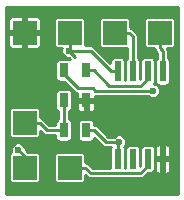
<source format=gtl>
G04 #@! TF.FileFunction,Copper,L1,Top,Signal*
%FSLAX46Y46*%
G04 Gerber Fmt 4.6, Leading zero omitted, Abs format (unit mm)*
G04 Created by KiCad (PCBNEW 4.0.4-stable) date 09/14/17 15:41:31*
%MOMM*%
%LPD*%
G01*
G04 APERTURE LIST*
%ADD10C,0.100000*%
%ADD11R,2.000000X2.000000*%
%ADD12R,0.700000X1.300000*%
%ADD13R,0.550000X1.750000*%
%ADD14C,0.600000*%
%ADD15C,0.250000*%
%ADD16C,0.254000*%
G04 APERTURE END LIST*
D10*
D11*
X118745000Y-59055000D03*
X122555000Y-59055000D03*
X114935000Y-70485000D03*
X111125000Y-70485000D03*
X111125000Y-66675000D03*
X111125000Y-59055000D03*
X114935000Y-59055000D03*
D12*
X114432000Y-62230000D03*
X116332000Y-62230000D03*
X116332000Y-67310000D03*
X114432000Y-67310000D03*
X114432000Y-64770000D03*
X116332000Y-64770000D03*
D13*
X118999000Y-69740000D03*
X120269000Y-69740000D03*
X121539000Y-69740000D03*
X122809000Y-69740000D03*
X122809000Y-62340000D03*
X121539000Y-62340000D03*
X120269000Y-62340000D03*
X118999000Y-62340000D03*
D14*
X120684900Y-66792500D03*
X114878400Y-60592300D03*
X122001500Y-63992500D03*
X119118200Y-68304600D03*
X110586000Y-68978500D03*
D15*
X114747002Y-63500000D02*
X114116998Y-63500000D01*
X114116998Y-63500000D02*
X111125000Y-60508002D01*
X115107001Y-64307001D02*
X115107001Y-63859999D01*
X115107001Y-63859999D02*
X114747002Y-63500000D01*
X115656700Y-64770000D02*
X115570000Y-64770000D01*
X115570000Y-64770000D02*
X115107001Y-64307001D01*
X111125000Y-60402800D02*
X111125000Y-59055000D01*
X116332000Y-64770000D02*
X115656700Y-64770000D01*
X122809000Y-69740000D02*
X122809000Y-68539700D01*
X119029800Y-66792500D02*
X117007300Y-64770000D01*
X120684900Y-66792500D02*
X119029800Y-66792500D01*
X121061800Y-66792500D02*
X120684900Y-66792500D01*
X122809000Y-68539700D02*
X121061800Y-66792500D01*
X116332000Y-64770000D02*
X117007300Y-64770000D01*
X118999000Y-62340000D02*
X118474000Y-62340000D01*
X118474000Y-62340000D02*
X116726300Y-60592300D01*
X116726300Y-60592300D02*
X115302664Y-60592300D01*
X115302664Y-60592300D02*
X114878400Y-60592300D01*
X114935000Y-60535700D02*
X114878400Y-60592300D01*
X114935000Y-59055000D02*
X114935000Y-60535700D01*
X115425800Y-61139700D02*
X114878400Y-60592300D01*
X121539000Y-69740000D02*
X121539000Y-70340000D01*
X121539000Y-70340000D02*
X120938700Y-70940300D01*
X120938700Y-70940300D02*
X116715600Y-70940300D01*
X116715600Y-70940300D02*
X116260300Y-70485000D01*
X114935000Y-70485000D02*
X116260300Y-70485000D01*
X122809000Y-60634300D02*
X122555000Y-60380300D01*
X122809000Y-62340000D02*
X122809000Y-60634300D01*
X122555000Y-59055000D02*
X122555000Y-60380300D01*
X118317600Y-63540300D02*
X120938700Y-63540300D01*
X120938700Y-63540300D02*
X121539000Y-62940000D01*
X121539000Y-62940000D02*
X121539000Y-62340000D01*
X118317600Y-63540300D02*
X117007300Y-62230000D01*
X116332000Y-62230000D02*
X117007300Y-62230000D01*
X118745000Y-59055000D02*
X119995000Y-59055000D01*
X119995000Y-59055000D02*
X120269000Y-59329000D01*
X120269000Y-59329000D02*
X120269000Y-61215000D01*
X120269000Y-61215000D02*
X120269000Y-62340000D01*
X114432000Y-62230000D02*
X114432000Y-62530000D01*
X117121800Y-63992500D02*
X122001500Y-63992500D01*
X114432000Y-62530000D02*
X115667400Y-63765400D01*
X115667400Y-63765400D02*
X116894700Y-63765400D01*
X116894700Y-63765400D02*
X117121800Y-63992500D01*
X112395000Y-66675000D02*
X113030000Y-67310000D01*
X113030000Y-67310000D02*
X114432000Y-67310000D01*
X111125000Y-66675000D02*
X112395000Y-66675000D01*
X114432000Y-64770000D02*
X114432000Y-66675000D01*
X114432000Y-66675000D02*
X114432000Y-67310000D01*
X116332000Y-67310000D02*
X117007300Y-67310000D01*
X118999000Y-69740000D02*
X118999000Y-68652300D01*
X118999000Y-68652300D02*
X118999000Y-68325000D01*
X118022300Y-68325000D02*
X117007300Y-67310000D01*
X118999000Y-68325000D02*
X118022300Y-68325000D01*
X119097800Y-68325000D02*
X119118200Y-68304600D01*
X118999000Y-68325000D02*
X119097800Y-68325000D01*
X111125000Y-70485000D02*
X111125000Y-69517500D01*
X111125000Y-69517500D02*
X110586000Y-68978500D01*
D16*
G36*
X124131000Y-72696000D02*
X109549000Y-72696000D01*
X109549000Y-69485000D01*
X109791594Y-69485000D01*
X109791594Y-71485000D01*
X109814395Y-71606179D01*
X109886012Y-71717474D01*
X109995286Y-71792138D01*
X110125000Y-71818406D01*
X112125000Y-71818406D01*
X112246179Y-71795605D01*
X112357474Y-71723988D01*
X112432138Y-71614714D01*
X112458406Y-71485000D01*
X112458406Y-69485000D01*
X113601594Y-69485000D01*
X113601594Y-71485000D01*
X113624395Y-71606179D01*
X113696012Y-71717474D01*
X113805286Y-71792138D01*
X113935000Y-71818406D01*
X115935000Y-71818406D01*
X116056179Y-71795605D01*
X116167474Y-71723988D01*
X116242138Y-71614714D01*
X116268406Y-71485000D01*
X116268406Y-71132331D01*
X116395987Y-71259912D01*
X116542627Y-71357894D01*
X116715600Y-71392300D01*
X120938700Y-71392300D01*
X121111673Y-71357894D01*
X121258312Y-71259912D01*
X121569819Y-70948406D01*
X121814000Y-70948406D01*
X121935179Y-70925605D01*
X122046474Y-70853988D01*
X122121138Y-70744714D01*
X122147406Y-70615000D01*
X122147406Y-69962250D01*
X122153000Y-69962250D01*
X122153000Y-70690786D01*
X122211004Y-70830820D01*
X122318181Y-70937996D01*
X122458215Y-70996000D01*
X122586750Y-70996000D01*
X122682000Y-70900750D01*
X122682000Y-69867000D01*
X122936000Y-69867000D01*
X122936000Y-70900750D01*
X123031250Y-70996000D01*
X123159785Y-70996000D01*
X123299819Y-70937996D01*
X123406996Y-70830820D01*
X123465000Y-70690786D01*
X123465000Y-69962250D01*
X123369750Y-69867000D01*
X122936000Y-69867000D01*
X122682000Y-69867000D01*
X122248250Y-69867000D01*
X122153000Y-69962250D01*
X122147406Y-69962250D01*
X122147406Y-68865000D01*
X122133147Y-68789214D01*
X122153000Y-68789214D01*
X122153000Y-69517750D01*
X122248250Y-69613000D01*
X122682000Y-69613000D01*
X122682000Y-68579250D01*
X122936000Y-68579250D01*
X122936000Y-69613000D01*
X123369750Y-69613000D01*
X123465000Y-69517750D01*
X123465000Y-68789214D01*
X123406996Y-68649180D01*
X123299819Y-68542004D01*
X123159785Y-68484000D01*
X123031250Y-68484000D01*
X122936000Y-68579250D01*
X122682000Y-68579250D01*
X122586750Y-68484000D01*
X122458215Y-68484000D01*
X122318181Y-68542004D01*
X122211004Y-68649180D01*
X122153000Y-68789214D01*
X122133147Y-68789214D01*
X122124605Y-68743821D01*
X122052988Y-68632526D01*
X121943714Y-68557862D01*
X121814000Y-68531594D01*
X121264000Y-68531594D01*
X121142821Y-68554395D01*
X121031526Y-68626012D01*
X120956862Y-68735286D01*
X120930594Y-68865000D01*
X120930594Y-70309181D01*
X120877406Y-70362370D01*
X120877406Y-68865000D01*
X120854605Y-68743821D01*
X120782988Y-68632526D01*
X120673714Y-68557862D01*
X120544000Y-68531594D01*
X119994000Y-68531594D01*
X119872821Y-68554395D01*
X119761526Y-68626012D01*
X119686862Y-68735286D01*
X119660594Y-68865000D01*
X119660594Y-70488300D01*
X119607406Y-70488300D01*
X119607406Y-68865000D01*
X119584605Y-68743821D01*
X119577210Y-68732330D01*
X119649435Y-68660231D01*
X119745091Y-68429865D01*
X119745309Y-68180429D01*
X119650055Y-67949897D01*
X119473831Y-67773365D01*
X119243465Y-67677709D01*
X118994029Y-67677491D01*
X118763497Y-67772745D01*
X118663067Y-67873000D01*
X118209524Y-67873000D01*
X117326912Y-66990388D01*
X117180273Y-66892406D01*
X117015406Y-66859612D01*
X117015406Y-66660000D01*
X116992605Y-66538821D01*
X116920988Y-66427526D01*
X116811714Y-66352862D01*
X116682000Y-66326594D01*
X115982000Y-66326594D01*
X115860821Y-66349395D01*
X115749526Y-66421012D01*
X115674862Y-66530286D01*
X115648594Y-66660000D01*
X115648594Y-67960000D01*
X115671395Y-68081179D01*
X115743012Y-68192474D01*
X115852286Y-68267138D01*
X115982000Y-68293406D01*
X116682000Y-68293406D01*
X116803179Y-68270605D01*
X116914474Y-68198988D01*
X116989138Y-68089714D01*
X117015406Y-67960000D01*
X117015406Y-67957330D01*
X117702688Y-68644612D01*
X117849327Y-68742594D01*
X118022300Y-68777000D01*
X118408415Y-68777000D01*
X118390594Y-68865000D01*
X118390594Y-70488300D01*
X116902825Y-70488300D01*
X116579912Y-70165388D01*
X116433273Y-70067406D01*
X116268406Y-70034612D01*
X116268406Y-69485000D01*
X116245605Y-69363821D01*
X116173988Y-69252526D01*
X116064714Y-69177862D01*
X115935000Y-69151594D01*
X113935000Y-69151594D01*
X113813821Y-69174395D01*
X113702526Y-69246012D01*
X113627862Y-69355286D01*
X113601594Y-69485000D01*
X112458406Y-69485000D01*
X112435605Y-69363821D01*
X112363988Y-69252526D01*
X112254714Y-69177862D01*
X112125000Y-69151594D01*
X111398318Y-69151594D01*
X111213011Y-68966287D01*
X111213109Y-68854329D01*
X111117855Y-68623797D01*
X110941631Y-68447265D01*
X110711265Y-68351609D01*
X110461829Y-68351391D01*
X110231297Y-68446645D01*
X110054765Y-68622869D01*
X109959109Y-68853235D01*
X109958891Y-69102671D01*
X109991739Y-69182170D01*
X109892526Y-69246012D01*
X109817862Y-69355286D01*
X109791594Y-69485000D01*
X109549000Y-69485000D01*
X109549000Y-65675000D01*
X109791594Y-65675000D01*
X109791594Y-67675000D01*
X109814395Y-67796179D01*
X109886012Y-67907474D01*
X109995286Y-67982138D01*
X110125000Y-68008406D01*
X112125000Y-68008406D01*
X112246179Y-67985605D01*
X112357474Y-67913988D01*
X112432138Y-67804714D01*
X112458406Y-67675000D01*
X112458406Y-67377631D01*
X112710388Y-67629613D01*
X112857027Y-67727594D01*
X113030000Y-67762000D01*
X113748594Y-67762000D01*
X113748594Y-67960000D01*
X113771395Y-68081179D01*
X113843012Y-68192474D01*
X113952286Y-68267138D01*
X114082000Y-68293406D01*
X114782000Y-68293406D01*
X114903179Y-68270605D01*
X115014474Y-68198988D01*
X115089138Y-68089714D01*
X115115406Y-67960000D01*
X115115406Y-66660000D01*
X115092605Y-66538821D01*
X115020988Y-66427526D01*
X114911714Y-66352862D01*
X114884000Y-66347250D01*
X114884000Y-65734214D01*
X114903179Y-65730605D01*
X115014474Y-65658988D01*
X115089138Y-65549714D01*
X115115406Y-65420000D01*
X115115406Y-64992250D01*
X115601000Y-64992250D01*
X115601000Y-65495785D01*
X115659004Y-65635819D01*
X115766180Y-65742996D01*
X115906214Y-65801000D01*
X116109750Y-65801000D01*
X116205000Y-65705750D01*
X116205000Y-64897000D01*
X116459000Y-64897000D01*
X116459000Y-65705750D01*
X116554250Y-65801000D01*
X116757786Y-65801000D01*
X116897820Y-65742996D01*
X117004996Y-65635819D01*
X117063000Y-65495785D01*
X117063000Y-64992250D01*
X116967750Y-64897000D01*
X116459000Y-64897000D01*
X116205000Y-64897000D01*
X115696250Y-64897000D01*
X115601000Y-64992250D01*
X115115406Y-64992250D01*
X115115406Y-64120000D01*
X115092605Y-63998821D01*
X115020988Y-63887526D01*
X114911714Y-63812862D01*
X114782000Y-63786594D01*
X114082000Y-63786594D01*
X113960821Y-63809395D01*
X113849526Y-63881012D01*
X113774862Y-63990286D01*
X113748594Y-64120000D01*
X113748594Y-65420000D01*
X113771395Y-65541179D01*
X113843012Y-65652474D01*
X113952286Y-65727138D01*
X113980000Y-65732750D01*
X113980000Y-66345786D01*
X113960821Y-66349395D01*
X113849526Y-66421012D01*
X113774862Y-66530286D01*
X113748594Y-66660000D01*
X113748594Y-66858000D01*
X113217225Y-66858000D01*
X112714612Y-66355388D01*
X112567973Y-66257406D01*
X112458406Y-66235612D01*
X112458406Y-65675000D01*
X112435605Y-65553821D01*
X112363988Y-65442526D01*
X112254714Y-65367862D01*
X112125000Y-65341594D01*
X110125000Y-65341594D01*
X110003821Y-65364395D01*
X109892526Y-65436012D01*
X109817862Y-65545286D01*
X109791594Y-65675000D01*
X109549000Y-65675000D01*
X109549000Y-59277250D01*
X109744000Y-59277250D01*
X109744000Y-60130785D01*
X109802004Y-60270819D01*
X109909180Y-60377996D01*
X110049214Y-60436000D01*
X110902750Y-60436000D01*
X110998000Y-60340750D01*
X110998000Y-59182000D01*
X111252000Y-59182000D01*
X111252000Y-60340750D01*
X111347250Y-60436000D01*
X112200786Y-60436000D01*
X112340820Y-60377996D01*
X112447996Y-60270819D01*
X112506000Y-60130785D01*
X112506000Y-59277250D01*
X112410750Y-59182000D01*
X111252000Y-59182000D01*
X110998000Y-59182000D01*
X109839250Y-59182000D01*
X109744000Y-59277250D01*
X109549000Y-59277250D01*
X109549000Y-57979215D01*
X109744000Y-57979215D01*
X109744000Y-58832750D01*
X109839250Y-58928000D01*
X110998000Y-58928000D01*
X110998000Y-57769250D01*
X111252000Y-57769250D01*
X111252000Y-58928000D01*
X112410750Y-58928000D01*
X112506000Y-58832750D01*
X112506000Y-58055000D01*
X113601594Y-58055000D01*
X113601594Y-60055000D01*
X113624395Y-60176179D01*
X113696012Y-60287474D01*
X113805286Y-60362138D01*
X113935000Y-60388406D01*
X114284159Y-60388406D01*
X114251509Y-60467035D01*
X114251291Y-60716471D01*
X114346545Y-60947003D01*
X114522769Y-61123535D01*
X114753135Y-61219191D01*
X114866165Y-61219290D01*
X114937046Y-61290171D01*
X114911714Y-61272862D01*
X114782000Y-61246594D01*
X114082000Y-61246594D01*
X113960821Y-61269395D01*
X113849526Y-61341012D01*
X113774862Y-61450286D01*
X113748594Y-61580000D01*
X113748594Y-62880000D01*
X113771395Y-63001179D01*
X113843012Y-63112474D01*
X113952286Y-63187138D01*
X114082000Y-63213406D01*
X114476182Y-63213406D01*
X115347787Y-64085012D01*
X115468205Y-64165473D01*
X115494427Y-64182994D01*
X115601000Y-64204192D01*
X115601000Y-64547750D01*
X115696250Y-64643000D01*
X116205000Y-64643000D01*
X116205000Y-64623000D01*
X116459000Y-64623000D01*
X116459000Y-64643000D01*
X116967750Y-64643000D01*
X117063000Y-64547750D01*
X117063000Y-64432804D01*
X117121800Y-64444500D01*
X121566772Y-64444500D01*
X121645869Y-64523735D01*
X121876235Y-64619391D01*
X122125671Y-64619609D01*
X122356203Y-64524355D01*
X122532735Y-64348131D01*
X122628391Y-64117765D01*
X122628609Y-63868329D01*
X122533355Y-63637797D01*
X122421347Y-63525593D01*
X122534000Y-63548406D01*
X123084000Y-63548406D01*
X123205179Y-63525605D01*
X123316474Y-63453988D01*
X123391138Y-63344714D01*
X123417406Y-63215000D01*
X123417406Y-61465000D01*
X123394605Y-61343821D01*
X123322988Y-61232526D01*
X123261000Y-61190171D01*
X123261000Y-60634300D01*
X123226594Y-60461327D01*
X123177869Y-60388406D01*
X123555000Y-60388406D01*
X123676179Y-60365605D01*
X123787474Y-60293988D01*
X123862138Y-60184714D01*
X123888406Y-60055000D01*
X123888406Y-58055000D01*
X123865605Y-57933821D01*
X123793988Y-57822526D01*
X123684714Y-57747862D01*
X123555000Y-57721594D01*
X121555000Y-57721594D01*
X121433821Y-57744395D01*
X121322526Y-57816012D01*
X121247862Y-57925286D01*
X121221594Y-58055000D01*
X121221594Y-60055000D01*
X121244395Y-60176179D01*
X121316012Y-60287474D01*
X121425286Y-60362138D01*
X121555000Y-60388406D01*
X122104612Y-60388406D01*
X122137406Y-60553273D01*
X122235388Y-60699912D01*
X122357000Y-60821524D01*
X122357000Y-61190315D01*
X122301526Y-61226012D01*
X122226862Y-61335286D01*
X122200594Y-61465000D01*
X122200594Y-63215000D01*
X122223395Y-63336179D01*
X122284472Y-63431094D01*
X122126765Y-63365609D01*
X122106873Y-63365592D01*
X122121138Y-63344714D01*
X122147406Y-63215000D01*
X122147406Y-61465000D01*
X122124605Y-61343821D01*
X122052988Y-61232526D01*
X121943714Y-61157862D01*
X121814000Y-61131594D01*
X121264000Y-61131594D01*
X121142821Y-61154395D01*
X121031526Y-61226012D01*
X120956862Y-61335286D01*
X120930594Y-61465000D01*
X120930594Y-62909181D01*
X120877406Y-62962370D01*
X120877406Y-61465000D01*
X120854605Y-61343821D01*
X120782988Y-61232526D01*
X120721000Y-61190171D01*
X120721000Y-59329000D01*
X120686594Y-59156027D01*
X120588613Y-59009388D01*
X120314612Y-58735388D01*
X120167973Y-58637406D01*
X120078406Y-58619590D01*
X120078406Y-58055000D01*
X120055605Y-57933821D01*
X119983988Y-57822526D01*
X119874714Y-57747862D01*
X119745000Y-57721594D01*
X117745000Y-57721594D01*
X117623821Y-57744395D01*
X117512526Y-57816012D01*
X117437862Y-57925286D01*
X117411594Y-58055000D01*
X117411594Y-60055000D01*
X117434395Y-60176179D01*
X117506012Y-60287474D01*
X117615286Y-60362138D01*
X117745000Y-60388406D01*
X119745000Y-60388406D01*
X119817000Y-60374859D01*
X119817000Y-61190315D01*
X119761526Y-61226012D01*
X119686862Y-61335286D01*
X119660594Y-61465000D01*
X119660594Y-63088300D01*
X119607406Y-63088300D01*
X119607406Y-61465000D01*
X119584605Y-61343821D01*
X119512988Y-61232526D01*
X119403714Y-61157862D01*
X119274000Y-61131594D01*
X118724000Y-61131594D01*
X118602821Y-61154395D01*
X118491526Y-61226012D01*
X118416862Y-61335286D01*
X118390594Y-61465000D01*
X118390594Y-61617370D01*
X117045912Y-60272688D01*
X116899273Y-60174706D01*
X116726300Y-60140300D01*
X116251132Y-60140300D01*
X116268406Y-60055000D01*
X116268406Y-58055000D01*
X116245605Y-57933821D01*
X116173988Y-57822526D01*
X116064714Y-57747862D01*
X115935000Y-57721594D01*
X113935000Y-57721594D01*
X113813821Y-57744395D01*
X113702526Y-57816012D01*
X113627862Y-57925286D01*
X113601594Y-58055000D01*
X112506000Y-58055000D01*
X112506000Y-57979215D01*
X112447996Y-57839181D01*
X112340820Y-57732004D01*
X112200786Y-57674000D01*
X111347250Y-57674000D01*
X111252000Y-57769250D01*
X110998000Y-57769250D01*
X110902750Y-57674000D01*
X110049214Y-57674000D01*
X109909180Y-57732004D01*
X109802004Y-57839181D01*
X109744000Y-57979215D01*
X109549000Y-57979215D01*
X109549000Y-56844000D01*
X124131000Y-56844000D01*
X124131000Y-72696000D01*
X124131000Y-72696000D01*
G37*
X124131000Y-72696000D02*
X109549000Y-72696000D01*
X109549000Y-69485000D01*
X109791594Y-69485000D01*
X109791594Y-71485000D01*
X109814395Y-71606179D01*
X109886012Y-71717474D01*
X109995286Y-71792138D01*
X110125000Y-71818406D01*
X112125000Y-71818406D01*
X112246179Y-71795605D01*
X112357474Y-71723988D01*
X112432138Y-71614714D01*
X112458406Y-71485000D01*
X112458406Y-69485000D01*
X113601594Y-69485000D01*
X113601594Y-71485000D01*
X113624395Y-71606179D01*
X113696012Y-71717474D01*
X113805286Y-71792138D01*
X113935000Y-71818406D01*
X115935000Y-71818406D01*
X116056179Y-71795605D01*
X116167474Y-71723988D01*
X116242138Y-71614714D01*
X116268406Y-71485000D01*
X116268406Y-71132331D01*
X116395987Y-71259912D01*
X116542627Y-71357894D01*
X116715600Y-71392300D01*
X120938700Y-71392300D01*
X121111673Y-71357894D01*
X121258312Y-71259912D01*
X121569819Y-70948406D01*
X121814000Y-70948406D01*
X121935179Y-70925605D01*
X122046474Y-70853988D01*
X122121138Y-70744714D01*
X122147406Y-70615000D01*
X122147406Y-69962250D01*
X122153000Y-69962250D01*
X122153000Y-70690786D01*
X122211004Y-70830820D01*
X122318181Y-70937996D01*
X122458215Y-70996000D01*
X122586750Y-70996000D01*
X122682000Y-70900750D01*
X122682000Y-69867000D01*
X122936000Y-69867000D01*
X122936000Y-70900750D01*
X123031250Y-70996000D01*
X123159785Y-70996000D01*
X123299819Y-70937996D01*
X123406996Y-70830820D01*
X123465000Y-70690786D01*
X123465000Y-69962250D01*
X123369750Y-69867000D01*
X122936000Y-69867000D01*
X122682000Y-69867000D01*
X122248250Y-69867000D01*
X122153000Y-69962250D01*
X122147406Y-69962250D01*
X122147406Y-68865000D01*
X122133147Y-68789214D01*
X122153000Y-68789214D01*
X122153000Y-69517750D01*
X122248250Y-69613000D01*
X122682000Y-69613000D01*
X122682000Y-68579250D01*
X122936000Y-68579250D01*
X122936000Y-69613000D01*
X123369750Y-69613000D01*
X123465000Y-69517750D01*
X123465000Y-68789214D01*
X123406996Y-68649180D01*
X123299819Y-68542004D01*
X123159785Y-68484000D01*
X123031250Y-68484000D01*
X122936000Y-68579250D01*
X122682000Y-68579250D01*
X122586750Y-68484000D01*
X122458215Y-68484000D01*
X122318181Y-68542004D01*
X122211004Y-68649180D01*
X122153000Y-68789214D01*
X122133147Y-68789214D01*
X122124605Y-68743821D01*
X122052988Y-68632526D01*
X121943714Y-68557862D01*
X121814000Y-68531594D01*
X121264000Y-68531594D01*
X121142821Y-68554395D01*
X121031526Y-68626012D01*
X120956862Y-68735286D01*
X120930594Y-68865000D01*
X120930594Y-70309181D01*
X120877406Y-70362370D01*
X120877406Y-68865000D01*
X120854605Y-68743821D01*
X120782988Y-68632526D01*
X120673714Y-68557862D01*
X120544000Y-68531594D01*
X119994000Y-68531594D01*
X119872821Y-68554395D01*
X119761526Y-68626012D01*
X119686862Y-68735286D01*
X119660594Y-68865000D01*
X119660594Y-70488300D01*
X119607406Y-70488300D01*
X119607406Y-68865000D01*
X119584605Y-68743821D01*
X119577210Y-68732330D01*
X119649435Y-68660231D01*
X119745091Y-68429865D01*
X119745309Y-68180429D01*
X119650055Y-67949897D01*
X119473831Y-67773365D01*
X119243465Y-67677709D01*
X118994029Y-67677491D01*
X118763497Y-67772745D01*
X118663067Y-67873000D01*
X118209524Y-67873000D01*
X117326912Y-66990388D01*
X117180273Y-66892406D01*
X117015406Y-66859612D01*
X117015406Y-66660000D01*
X116992605Y-66538821D01*
X116920988Y-66427526D01*
X116811714Y-66352862D01*
X116682000Y-66326594D01*
X115982000Y-66326594D01*
X115860821Y-66349395D01*
X115749526Y-66421012D01*
X115674862Y-66530286D01*
X115648594Y-66660000D01*
X115648594Y-67960000D01*
X115671395Y-68081179D01*
X115743012Y-68192474D01*
X115852286Y-68267138D01*
X115982000Y-68293406D01*
X116682000Y-68293406D01*
X116803179Y-68270605D01*
X116914474Y-68198988D01*
X116989138Y-68089714D01*
X117015406Y-67960000D01*
X117015406Y-67957330D01*
X117702688Y-68644612D01*
X117849327Y-68742594D01*
X118022300Y-68777000D01*
X118408415Y-68777000D01*
X118390594Y-68865000D01*
X118390594Y-70488300D01*
X116902825Y-70488300D01*
X116579912Y-70165388D01*
X116433273Y-70067406D01*
X116268406Y-70034612D01*
X116268406Y-69485000D01*
X116245605Y-69363821D01*
X116173988Y-69252526D01*
X116064714Y-69177862D01*
X115935000Y-69151594D01*
X113935000Y-69151594D01*
X113813821Y-69174395D01*
X113702526Y-69246012D01*
X113627862Y-69355286D01*
X113601594Y-69485000D01*
X112458406Y-69485000D01*
X112435605Y-69363821D01*
X112363988Y-69252526D01*
X112254714Y-69177862D01*
X112125000Y-69151594D01*
X111398318Y-69151594D01*
X111213011Y-68966287D01*
X111213109Y-68854329D01*
X111117855Y-68623797D01*
X110941631Y-68447265D01*
X110711265Y-68351609D01*
X110461829Y-68351391D01*
X110231297Y-68446645D01*
X110054765Y-68622869D01*
X109959109Y-68853235D01*
X109958891Y-69102671D01*
X109991739Y-69182170D01*
X109892526Y-69246012D01*
X109817862Y-69355286D01*
X109791594Y-69485000D01*
X109549000Y-69485000D01*
X109549000Y-65675000D01*
X109791594Y-65675000D01*
X109791594Y-67675000D01*
X109814395Y-67796179D01*
X109886012Y-67907474D01*
X109995286Y-67982138D01*
X110125000Y-68008406D01*
X112125000Y-68008406D01*
X112246179Y-67985605D01*
X112357474Y-67913988D01*
X112432138Y-67804714D01*
X112458406Y-67675000D01*
X112458406Y-67377631D01*
X112710388Y-67629613D01*
X112857027Y-67727594D01*
X113030000Y-67762000D01*
X113748594Y-67762000D01*
X113748594Y-67960000D01*
X113771395Y-68081179D01*
X113843012Y-68192474D01*
X113952286Y-68267138D01*
X114082000Y-68293406D01*
X114782000Y-68293406D01*
X114903179Y-68270605D01*
X115014474Y-68198988D01*
X115089138Y-68089714D01*
X115115406Y-67960000D01*
X115115406Y-66660000D01*
X115092605Y-66538821D01*
X115020988Y-66427526D01*
X114911714Y-66352862D01*
X114884000Y-66347250D01*
X114884000Y-65734214D01*
X114903179Y-65730605D01*
X115014474Y-65658988D01*
X115089138Y-65549714D01*
X115115406Y-65420000D01*
X115115406Y-64992250D01*
X115601000Y-64992250D01*
X115601000Y-65495785D01*
X115659004Y-65635819D01*
X115766180Y-65742996D01*
X115906214Y-65801000D01*
X116109750Y-65801000D01*
X116205000Y-65705750D01*
X116205000Y-64897000D01*
X116459000Y-64897000D01*
X116459000Y-65705750D01*
X116554250Y-65801000D01*
X116757786Y-65801000D01*
X116897820Y-65742996D01*
X117004996Y-65635819D01*
X117063000Y-65495785D01*
X117063000Y-64992250D01*
X116967750Y-64897000D01*
X116459000Y-64897000D01*
X116205000Y-64897000D01*
X115696250Y-64897000D01*
X115601000Y-64992250D01*
X115115406Y-64992250D01*
X115115406Y-64120000D01*
X115092605Y-63998821D01*
X115020988Y-63887526D01*
X114911714Y-63812862D01*
X114782000Y-63786594D01*
X114082000Y-63786594D01*
X113960821Y-63809395D01*
X113849526Y-63881012D01*
X113774862Y-63990286D01*
X113748594Y-64120000D01*
X113748594Y-65420000D01*
X113771395Y-65541179D01*
X113843012Y-65652474D01*
X113952286Y-65727138D01*
X113980000Y-65732750D01*
X113980000Y-66345786D01*
X113960821Y-66349395D01*
X113849526Y-66421012D01*
X113774862Y-66530286D01*
X113748594Y-66660000D01*
X113748594Y-66858000D01*
X113217225Y-66858000D01*
X112714612Y-66355388D01*
X112567973Y-66257406D01*
X112458406Y-66235612D01*
X112458406Y-65675000D01*
X112435605Y-65553821D01*
X112363988Y-65442526D01*
X112254714Y-65367862D01*
X112125000Y-65341594D01*
X110125000Y-65341594D01*
X110003821Y-65364395D01*
X109892526Y-65436012D01*
X109817862Y-65545286D01*
X109791594Y-65675000D01*
X109549000Y-65675000D01*
X109549000Y-59277250D01*
X109744000Y-59277250D01*
X109744000Y-60130785D01*
X109802004Y-60270819D01*
X109909180Y-60377996D01*
X110049214Y-60436000D01*
X110902750Y-60436000D01*
X110998000Y-60340750D01*
X110998000Y-59182000D01*
X111252000Y-59182000D01*
X111252000Y-60340750D01*
X111347250Y-60436000D01*
X112200786Y-60436000D01*
X112340820Y-60377996D01*
X112447996Y-60270819D01*
X112506000Y-60130785D01*
X112506000Y-59277250D01*
X112410750Y-59182000D01*
X111252000Y-59182000D01*
X110998000Y-59182000D01*
X109839250Y-59182000D01*
X109744000Y-59277250D01*
X109549000Y-59277250D01*
X109549000Y-57979215D01*
X109744000Y-57979215D01*
X109744000Y-58832750D01*
X109839250Y-58928000D01*
X110998000Y-58928000D01*
X110998000Y-57769250D01*
X111252000Y-57769250D01*
X111252000Y-58928000D01*
X112410750Y-58928000D01*
X112506000Y-58832750D01*
X112506000Y-58055000D01*
X113601594Y-58055000D01*
X113601594Y-60055000D01*
X113624395Y-60176179D01*
X113696012Y-60287474D01*
X113805286Y-60362138D01*
X113935000Y-60388406D01*
X114284159Y-60388406D01*
X114251509Y-60467035D01*
X114251291Y-60716471D01*
X114346545Y-60947003D01*
X114522769Y-61123535D01*
X114753135Y-61219191D01*
X114866165Y-61219290D01*
X114937046Y-61290171D01*
X114911714Y-61272862D01*
X114782000Y-61246594D01*
X114082000Y-61246594D01*
X113960821Y-61269395D01*
X113849526Y-61341012D01*
X113774862Y-61450286D01*
X113748594Y-61580000D01*
X113748594Y-62880000D01*
X113771395Y-63001179D01*
X113843012Y-63112474D01*
X113952286Y-63187138D01*
X114082000Y-63213406D01*
X114476182Y-63213406D01*
X115347787Y-64085012D01*
X115468205Y-64165473D01*
X115494427Y-64182994D01*
X115601000Y-64204192D01*
X115601000Y-64547750D01*
X115696250Y-64643000D01*
X116205000Y-64643000D01*
X116205000Y-64623000D01*
X116459000Y-64623000D01*
X116459000Y-64643000D01*
X116967750Y-64643000D01*
X117063000Y-64547750D01*
X117063000Y-64432804D01*
X117121800Y-64444500D01*
X121566772Y-64444500D01*
X121645869Y-64523735D01*
X121876235Y-64619391D01*
X122125671Y-64619609D01*
X122356203Y-64524355D01*
X122532735Y-64348131D01*
X122628391Y-64117765D01*
X122628609Y-63868329D01*
X122533355Y-63637797D01*
X122421347Y-63525593D01*
X122534000Y-63548406D01*
X123084000Y-63548406D01*
X123205179Y-63525605D01*
X123316474Y-63453988D01*
X123391138Y-63344714D01*
X123417406Y-63215000D01*
X123417406Y-61465000D01*
X123394605Y-61343821D01*
X123322988Y-61232526D01*
X123261000Y-61190171D01*
X123261000Y-60634300D01*
X123226594Y-60461327D01*
X123177869Y-60388406D01*
X123555000Y-60388406D01*
X123676179Y-60365605D01*
X123787474Y-60293988D01*
X123862138Y-60184714D01*
X123888406Y-60055000D01*
X123888406Y-58055000D01*
X123865605Y-57933821D01*
X123793988Y-57822526D01*
X123684714Y-57747862D01*
X123555000Y-57721594D01*
X121555000Y-57721594D01*
X121433821Y-57744395D01*
X121322526Y-57816012D01*
X121247862Y-57925286D01*
X121221594Y-58055000D01*
X121221594Y-60055000D01*
X121244395Y-60176179D01*
X121316012Y-60287474D01*
X121425286Y-60362138D01*
X121555000Y-60388406D01*
X122104612Y-60388406D01*
X122137406Y-60553273D01*
X122235388Y-60699912D01*
X122357000Y-60821524D01*
X122357000Y-61190315D01*
X122301526Y-61226012D01*
X122226862Y-61335286D01*
X122200594Y-61465000D01*
X122200594Y-63215000D01*
X122223395Y-63336179D01*
X122284472Y-63431094D01*
X122126765Y-63365609D01*
X122106873Y-63365592D01*
X122121138Y-63344714D01*
X122147406Y-63215000D01*
X122147406Y-61465000D01*
X122124605Y-61343821D01*
X122052988Y-61232526D01*
X121943714Y-61157862D01*
X121814000Y-61131594D01*
X121264000Y-61131594D01*
X121142821Y-61154395D01*
X121031526Y-61226012D01*
X120956862Y-61335286D01*
X120930594Y-61465000D01*
X120930594Y-62909181D01*
X120877406Y-62962370D01*
X120877406Y-61465000D01*
X120854605Y-61343821D01*
X120782988Y-61232526D01*
X120721000Y-61190171D01*
X120721000Y-59329000D01*
X120686594Y-59156027D01*
X120588613Y-59009388D01*
X120314612Y-58735388D01*
X120167973Y-58637406D01*
X120078406Y-58619590D01*
X120078406Y-58055000D01*
X120055605Y-57933821D01*
X119983988Y-57822526D01*
X119874714Y-57747862D01*
X119745000Y-57721594D01*
X117745000Y-57721594D01*
X117623821Y-57744395D01*
X117512526Y-57816012D01*
X117437862Y-57925286D01*
X117411594Y-58055000D01*
X117411594Y-60055000D01*
X117434395Y-60176179D01*
X117506012Y-60287474D01*
X117615286Y-60362138D01*
X117745000Y-60388406D01*
X119745000Y-60388406D01*
X119817000Y-60374859D01*
X119817000Y-61190315D01*
X119761526Y-61226012D01*
X119686862Y-61335286D01*
X119660594Y-61465000D01*
X119660594Y-63088300D01*
X119607406Y-63088300D01*
X119607406Y-61465000D01*
X119584605Y-61343821D01*
X119512988Y-61232526D01*
X119403714Y-61157862D01*
X119274000Y-61131594D01*
X118724000Y-61131594D01*
X118602821Y-61154395D01*
X118491526Y-61226012D01*
X118416862Y-61335286D01*
X118390594Y-61465000D01*
X118390594Y-61617370D01*
X117045912Y-60272688D01*
X116899273Y-60174706D01*
X116726300Y-60140300D01*
X116251132Y-60140300D01*
X116268406Y-60055000D01*
X116268406Y-58055000D01*
X116245605Y-57933821D01*
X116173988Y-57822526D01*
X116064714Y-57747862D01*
X115935000Y-57721594D01*
X113935000Y-57721594D01*
X113813821Y-57744395D01*
X113702526Y-57816012D01*
X113627862Y-57925286D01*
X113601594Y-58055000D01*
X112506000Y-58055000D01*
X112506000Y-57979215D01*
X112447996Y-57839181D01*
X112340820Y-57732004D01*
X112200786Y-57674000D01*
X111347250Y-57674000D01*
X111252000Y-57769250D01*
X110998000Y-57769250D01*
X110902750Y-57674000D01*
X110049214Y-57674000D01*
X109909180Y-57732004D01*
X109802004Y-57839181D01*
X109744000Y-57979215D01*
X109549000Y-57979215D01*
X109549000Y-56844000D01*
X124131000Y-56844000D01*
X124131000Y-72696000D01*
M02*

</source>
